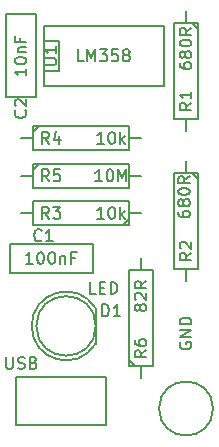
<source format=gto>
G04 #@! TF.FileFunction,Legend,Top*
%FSLAX46Y46*%
G04 Gerber Fmt 4.6, Leading zero omitted, Abs format (unit mm)*
G04 Created by KiCad (PCBNEW 4.0.0-rc1-stable) date mar 10 nov 2015 21:40:48 CET*
%MOMM*%
G01*
G04 APERTURE LIST*
%ADD10C,0.100000*%
%ADD11C,0.150000*%
%ADD12C,0.152400*%
G04 APERTURE END LIST*
D10*
D11*
X135235000Y-84090000D02*
X135235000Y-91090000D01*
X135235000Y-91090000D02*
X132735000Y-91090000D01*
X132735000Y-91090000D02*
X132735000Y-84090000D01*
X132735000Y-84090000D02*
X135235000Y-84090000D01*
X140065000Y-106025000D02*
X133065000Y-106025000D01*
X133065000Y-106025000D02*
X133065000Y-103525000D01*
X133065000Y-103525000D02*
X140065000Y-103525000D01*
X140065000Y-103525000D02*
X140065000Y-106025000D01*
X140281228Y-108965096D02*
G75*
G03X140296340Y-111990000I-2484888J-1524904D01*
G01*
X140296340Y-108990000D02*
X140296340Y-111990000D01*
X140314276Y-110490000D02*
G75*
G03X140314276Y-110490000I-2517936J0D01*
G01*
X135890000Y-86360000D02*
X137160000Y-86360000D01*
X137160000Y-86360000D02*
X137160000Y-88900000D01*
X137160000Y-88900000D02*
X135890000Y-88900000D01*
X135890000Y-85090000D02*
X146050000Y-85090000D01*
X146050000Y-85090000D02*
X146050000Y-90170000D01*
X146050000Y-90170000D02*
X135890000Y-90170000D01*
X135890000Y-90170000D02*
X135890000Y-85090000D01*
X147955000Y-83820000D02*
X147955000Y-84836000D01*
X147955000Y-84836000D02*
X148971000Y-84836000D01*
X148971000Y-84836000D02*
X148971000Y-92964000D01*
X148971000Y-92964000D02*
X146939000Y-92964000D01*
X146939000Y-92964000D02*
X146939000Y-84836000D01*
X146939000Y-84836000D02*
X147955000Y-84836000D01*
X148463000Y-84836000D02*
X148971000Y-85344000D01*
X147955000Y-93980000D02*
X147955000Y-92964000D01*
X144145000Y-100965000D02*
X143129000Y-100965000D01*
X143129000Y-100965000D02*
X143129000Y-101981000D01*
X143129000Y-101981000D02*
X135001000Y-101981000D01*
X135001000Y-101981000D02*
X135001000Y-99949000D01*
X135001000Y-99949000D02*
X143129000Y-99949000D01*
X143129000Y-99949000D02*
X143129000Y-100965000D01*
X143129000Y-101473000D02*
X142621000Y-101981000D01*
X133985000Y-100965000D02*
X135001000Y-100965000D01*
X133985000Y-94615000D02*
X135001000Y-94615000D01*
X135001000Y-94615000D02*
X135001000Y-93599000D01*
X135001000Y-93599000D02*
X143129000Y-93599000D01*
X143129000Y-93599000D02*
X143129000Y-95631000D01*
X143129000Y-95631000D02*
X135001000Y-95631000D01*
X135001000Y-95631000D02*
X135001000Y-94615000D01*
X135001000Y-94107000D02*
X135509000Y-93599000D01*
X144145000Y-94615000D02*
X143129000Y-94615000D01*
X133985000Y-97790000D02*
X135001000Y-97790000D01*
X135001000Y-97790000D02*
X135001000Y-96774000D01*
X135001000Y-96774000D02*
X143129000Y-96774000D01*
X143129000Y-96774000D02*
X143129000Y-98806000D01*
X143129000Y-98806000D02*
X135001000Y-98806000D01*
X135001000Y-98806000D02*
X135001000Y-97790000D01*
X135001000Y-97282000D02*
X135509000Y-96774000D01*
X144145000Y-97790000D02*
X143129000Y-97790000D01*
X144145000Y-114935000D02*
X144145000Y-113919000D01*
X144145000Y-113919000D02*
X143129000Y-113919000D01*
X143129000Y-113919000D02*
X143129000Y-105791000D01*
X143129000Y-105791000D02*
X145161000Y-105791000D01*
X145161000Y-105791000D02*
X145161000Y-113919000D01*
X145161000Y-113919000D02*
X144145000Y-113919000D01*
X143637000Y-113919000D02*
X143129000Y-113411000D01*
X144145000Y-104775000D02*
X144145000Y-105791000D01*
X147955000Y-96520000D02*
X147955000Y-97536000D01*
X147955000Y-97536000D02*
X148971000Y-97536000D01*
X148971000Y-97536000D02*
X148971000Y-105664000D01*
X148971000Y-105664000D02*
X146939000Y-105664000D01*
X146939000Y-105664000D02*
X146939000Y-97536000D01*
X146939000Y-97536000D02*
X147955000Y-97536000D01*
X148463000Y-97536000D02*
X148971000Y-98044000D01*
X147955000Y-106680000D02*
X147955000Y-105664000D01*
D12*
X133527800Y-118872000D02*
X133527800Y-114808000D01*
X133527800Y-118872000D02*
X141147800Y-118872000D01*
X133527800Y-114808000D02*
X141147800Y-114808000D01*
X141147800Y-118872000D02*
X141147800Y-114808000D01*
D11*
X150241000Y-117475000D02*
G75*
G03X150241000Y-117475000I-2286000J0D01*
G01*
X134342143Y-92241666D02*
X134389762Y-92289285D01*
X134437381Y-92432142D01*
X134437381Y-92527380D01*
X134389762Y-92670238D01*
X134294524Y-92765476D01*
X134199286Y-92813095D01*
X134008810Y-92860714D01*
X133865952Y-92860714D01*
X133675476Y-92813095D01*
X133580238Y-92765476D01*
X133485000Y-92670238D01*
X133437381Y-92527380D01*
X133437381Y-92432142D01*
X133485000Y-92289285D01*
X133532619Y-92241666D01*
X133532619Y-91860714D02*
X133485000Y-91813095D01*
X133437381Y-91717857D01*
X133437381Y-91479761D01*
X133485000Y-91384523D01*
X133532619Y-91336904D01*
X133627857Y-91289285D01*
X133723095Y-91289285D01*
X133865952Y-91336904D01*
X134437381Y-91908333D01*
X134437381Y-91289285D01*
X134437381Y-88701428D02*
X134437381Y-89272857D01*
X134437381Y-88987143D02*
X133437381Y-88987143D01*
X133580238Y-89082381D01*
X133675476Y-89177619D01*
X133723095Y-89272857D01*
X133437381Y-88082381D02*
X133437381Y-87987142D01*
X133485000Y-87891904D01*
X133532619Y-87844285D01*
X133627857Y-87796666D01*
X133818333Y-87749047D01*
X134056429Y-87749047D01*
X134246905Y-87796666D01*
X134342143Y-87844285D01*
X134389762Y-87891904D01*
X134437381Y-87987142D01*
X134437381Y-88082381D01*
X134389762Y-88177619D01*
X134342143Y-88225238D01*
X134246905Y-88272857D01*
X134056429Y-88320476D01*
X133818333Y-88320476D01*
X133627857Y-88272857D01*
X133532619Y-88225238D01*
X133485000Y-88177619D01*
X133437381Y-88082381D01*
X133770714Y-87320476D02*
X134437381Y-87320476D01*
X133865952Y-87320476D02*
X133818333Y-87272857D01*
X133770714Y-87177619D01*
X133770714Y-87034761D01*
X133818333Y-86939523D01*
X133913571Y-86891904D01*
X134437381Y-86891904D01*
X133913571Y-86082380D02*
X133913571Y-86415714D01*
X134437381Y-86415714D02*
X133437381Y-86415714D01*
X133437381Y-85939523D01*
X135723334Y-103227143D02*
X135675715Y-103274762D01*
X135532858Y-103322381D01*
X135437620Y-103322381D01*
X135294762Y-103274762D01*
X135199524Y-103179524D01*
X135151905Y-103084286D01*
X135104286Y-102893810D01*
X135104286Y-102750952D01*
X135151905Y-102560476D01*
X135199524Y-102465238D01*
X135294762Y-102370000D01*
X135437620Y-102322381D01*
X135532858Y-102322381D01*
X135675715Y-102370000D01*
X135723334Y-102417619D01*
X136675715Y-103322381D02*
X136104286Y-103322381D01*
X136390000Y-103322381D02*
X136390000Y-102322381D01*
X136294762Y-102465238D01*
X136199524Y-102560476D01*
X136104286Y-102608095D01*
X134977381Y-105227381D02*
X134405952Y-105227381D01*
X134691666Y-105227381D02*
X134691666Y-104227381D01*
X134596428Y-104370238D01*
X134501190Y-104465476D01*
X134405952Y-104513095D01*
X135596428Y-104227381D02*
X135691667Y-104227381D01*
X135786905Y-104275000D01*
X135834524Y-104322619D01*
X135882143Y-104417857D01*
X135929762Y-104608333D01*
X135929762Y-104846429D01*
X135882143Y-105036905D01*
X135834524Y-105132143D01*
X135786905Y-105179762D01*
X135691667Y-105227381D01*
X135596428Y-105227381D01*
X135501190Y-105179762D01*
X135453571Y-105132143D01*
X135405952Y-105036905D01*
X135358333Y-104846429D01*
X135358333Y-104608333D01*
X135405952Y-104417857D01*
X135453571Y-104322619D01*
X135501190Y-104275000D01*
X135596428Y-104227381D01*
X136548809Y-104227381D02*
X136644048Y-104227381D01*
X136739286Y-104275000D01*
X136786905Y-104322619D01*
X136834524Y-104417857D01*
X136882143Y-104608333D01*
X136882143Y-104846429D01*
X136834524Y-105036905D01*
X136786905Y-105132143D01*
X136739286Y-105179762D01*
X136644048Y-105227381D01*
X136548809Y-105227381D01*
X136453571Y-105179762D01*
X136405952Y-105132143D01*
X136358333Y-105036905D01*
X136310714Y-104846429D01*
X136310714Y-104608333D01*
X136358333Y-104417857D01*
X136405952Y-104322619D01*
X136453571Y-104275000D01*
X136548809Y-104227381D01*
X137310714Y-104560714D02*
X137310714Y-105227381D01*
X137310714Y-104655952D02*
X137358333Y-104608333D01*
X137453571Y-104560714D01*
X137596429Y-104560714D01*
X137691667Y-104608333D01*
X137739286Y-104703571D01*
X137739286Y-105227381D01*
X138548810Y-104703571D02*
X138215476Y-104703571D01*
X138215476Y-105227381D02*
X138215476Y-104227381D01*
X138691667Y-104227381D01*
X140866905Y-109672381D02*
X140866905Y-108672381D01*
X141105000Y-108672381D01*
X141247858Y-108720000D01*
X141343096Y-108815238D01*
X141390715Y-108910476D01*
X141438334Y-109100952D01*
X141438334Y-109243810D01*
X141390715Y-109434286D01*
X141343096Y-109529524D01*
X141247858Y-109624762D01*
X141105000Y-109672381D01*
X140866905Y-109672381D01*
X142390715Y-109672381D02*
X141819286Y-109672381D01*
X142105000Y-109672381D02*
X142105000Y-108672381D01*
X142009762Y-108815238D01*
X141914524Y-108910476D01*
X141819286Y-108958095D01*
X140327143Y-107767381D02*
X139850952Y-107767381D01*
X139850952Y-106767381D01*
X140660476Y-107243571D02*
X140993810Y-107243571D01*
X141136667Y-107767381D02*
X140660476Y-107767381D01*
X140660476Y-106767381D01*
X141136667Y-106767381D01*
X141565238Y-107767381D02*
X141565238Y-106767381D01*
X141803333Y-106767381D01*
X141946191Y-106815000D01*
X142041429Y-106910238D01*
X142089048Y-107005476D01*
X142136667Y-107195952D01*
X142136667Y-107338810D01*
X142089048Y-107529286D01*
X142041429Y-107624524D01*
X141946191Y-107719762D01*
X141803333Y-107767381D01*
X141565238Y-107767381D01*
X135977381Y-88391905D02*
X136786905Y-88391905D01*
X136882143Y-88344286D01*
X136929762Y-88296667D01*
X136977381Y-88201429D01*
X136977381Y-88010952D01*
X136929762Y-87915714D01*
X136882143Y-87868095D01*
X136786905Y-87820476D01*
X135977381Y-87820476D01*
X136977381Y-86820476D02*
X136977381Y-87391905D01*
X136977381Y-87106191D02*
X135977381Y-87106191D01*
X136120238Y-87201429D01*
X136215476Y-87296667D01*
X136263095Y-87391905D01*
X139279524Y-88082381D02*
X138803333Y-88082381D01*
X138803333Y-87082381D01*
X139612857Y-88082381D02*
X139612857Y-87082381D01*
X139946191Y-87796667D01*
X140279524Y-87082381D01*
X140279524Y-88082381D01*
X140660476Y-87082381D02*
X141279524Y-87082381D01*
X140946190Y-87463333D01*
X141089048Y-87463333D01*
X141184286Y-87510952D01*
X141231905Y-87558571D01*
X141279524Y-87653810D01*
X141279524Y-87891905D01*
X141231905Y-87987143D01*
X141184286Y-88034762D01*
X141089048Y-88082381D01*
X140803333Y-88082381D01*
X140708095Y-88034762D01*
X140660476Y-87987143D01*
X142184286Y-87082381D02*
X141708095Y-87082381D01*
X141660476Y-87558571D01*
X141708095Y-87510952D01*
X141803333Y-87463333D01*
X142041429Y-87463333D01*
X142136667Y-87510952D01*
X142184286Y-87558571D01*
X142231905Y-87653810D01*
X142231905Y-87891905D01*
X142184286Y-87987143D01*
X142136667Y-88034762D01*
X142041429Y-88082381D01*
X141803333Y-88082381D01*
X141708095Y-88034762D01*
X141660476Y-87987143D01*
X142803333Y-87510952D02*
X142708095Y-87463333D01*
X142660476Y-87415714D01*
X142612857Y-87320476D01*
X142612857Y-87272857D01*
X142660476Y-87177619D01*
X142708095Y-87130000D01*
X142803333Y-87082381D01*
X142993810Y-87082381D01*
X143089048Y-87130000D01*
X143136667Y-87177619D01*
X143184286Y-87272857D01*
X143184286Y-87320476D01*
X143136667Y-87415714D01*
X143089048Y-87463333D01*
X142993810Y-87510952D01*
X142803333Y-87510952D01*
X142708095Y-87558571D01*
X142660476Y-87606190D01*
X142612857Y-87701429D01*
X142612857Y-87891905D01*
X142660476Y-87987143D01*
X142708095Y-88034762D01*
X142803333Y-88082381D01*
X142993810Y-88082381D01*
X143089048Y-88034762D01*
X143136667Y-87987143D01*
X143184286Y-87891905D01*
X143184286Y-87701429D01*
X143136667Y-87606190D01*
X143089048Y-87558571D01*
X142993810Y-87510952D01*
X148407381Y-91606666D02*
X147931190Y-91940000D01*
X148407381Y-92178095D02*
X147407381Y-92178095D01*
X147407381Y-91797142D01*
X147455000Y-91701904D01*
X147502619Y-91654285D01*
X147597857Y-91606666D01*
X147740714Y-91606666D01*
X147835952Y-91654285D01*
X147883571Y-91701904D01*
X147931190Y-91797142D01*
X147931190Y-92178095D01*
X148407381Y-90654285D02*
X148407381Y-91225714D01*
X148407381Y-90940000D02*
X147407381Y-90940000D01*
X147550238Y-91035238D01*
X147645476Y-91130476D01*
X147693095Y-91225714D01*
X147407381Y-88256904D02*
X147407381Y-88447381D01*
X147455000Y-88542619D01*
X147502619Y-88590238D01*
X147645476Y-88685476D01*
X147835952Y-88733095D01*
X148216905Y-88733095D01*
X148312143Y-88685476D01*
X148359762Y-88637857D01*
X148407381Y-88542619D01*
X148407381Y-88352142D01*
X148359762Y-88256904D01*
X148312143Y-88209285D01*
X148216905Y-88161666D01*
X147978810Y-88161666D01*
X147883571Y-88209285D01*
X147835952Y-88256904D01*
X147788333Y-88352142D01*
X147788333Y-88542619D01*
X147835952Y-88637857D01*
X147883571Y-88685476D01*
X147978810Y-88733095D01*
X147835952Y-87590238D02*
X147788333Y-87685476D01*
X147740714Y-87733095D01*
X147645476Y-87780714D01*
X147597857Y-87780714D01*
X147502619Y-87733095D01*
X147455000Y-87685476D01*
X147407381Y-87590238D01*
X147407381Y-87399761D01*
X147455000Y-87304523D01*
X147502619Y-87256904D01*
X147597857Y-87209285D01*
X147645476Y-87209285D01*
X147740714Y-87256904D01*
X147788333Y-87304523D01*
X147835952Y-87399761D01*
X147835952Y-87590238D01*
X147883571Y-87685476D01*
X147931190Y-87733095D01*
X148026429Y-87780714D01*
X148216905Y-87780714D01*
X148312143Y-87733095D01*
X148359762Y-87685476D01*
X148407381Y-87590238D01*
X148407381Y-87399761D01*
X148359762Y-87304523D01*
X148312143Y-87256904D01*
X148216905Y-87209285D01*
X148026429Y-87209285D01*
X147931190Y-87256904D01*
X147883571Y-87304523D01*
X147835952Y-87399761D01*
X147407381Y-86590238D02*
X147407381Y-86494999D01*
X147455000Y-86399761D01*
X147502619Y-86352142D01*
X147597857Y-86304523D01*
X147788333Y-86256904D01*
X148026429Y-86256904D01*
X148216905Y-86304523D01*
X148312143Y-86352142D01*
X148359762Y-86399761D01*
X148407381Y-86494999D01*
X148407381Y-86590238D01*
X148359762Y-86685476D01*
X148312143Y-86733095D01*
X148216905Y-86780714D01*
X148026429Y-86828333D01*
X147788333Y-86828333D01*
X147597857Y-86780714D01*
X147502619Y-86733095D01*
X147455000Y-86685476D01*
X147407381Y-86590238D01*
X148407381Y-85256904D02*
X147931190Y-85590238D01*
X148407381Y-85828333D02*
X147407381Y-85828333D01*
X147407381Y-85447380D01*
X147455000Y-85352142D01*
X147502619Y-85304523D01*
X147597857Y-85256904D01*
X147740714Y-85256904D01*
X147835952Y-85304523D01*
X147883571Y-85352142D01*
X147931190Y-85447380D01*
X147931190Y-85828333D01*
X136358334Y-101417381D02*
X136025000Y-100941190D01*
X135786905Y-101417381D02*
X135786905Y-100417381D01*
X136167858Y-100417381D01*
X136263096Y-100465000D01*
X136310715Y-100512619D01*
X136358334Y-100607857D01*
X136358334Y-100750714D01*
X136310715Y-100845952D01*
X136263096Y-100893571D01*
X136167858Y-100941190D01*
X135786905Y-100941190D01*
X136691667Y-100417381D02*
X137310715Y-100417381D01*
X136977381Y-100798333D01*
X137120239Y-100798333D01*
X137215477Y-100845952D01*
X137263096Y-100893571D01*
X137310715Y-100988810D01*
X137310715Y-101226905D01*
X137263096Y-101322143D01*
X137215477Y-101369762D01*
X137120239Y-101417381D01*
X136834524Y-101417381D01*
X136739286Y-101369762D01*
X136691667Y-101322143D01*
X141009762Y-101417381D02*
X140438333Y-101417381D01*
X140724047Y-101417381D02*
X140724047Y-100417381D01*
X140628809Y-100560238D01*
X140533571Y-100655476D01*
X140438333Y-100703095D01*
X141628809Y-100417381D02*
X141724048Y-100417381D01*
X141819286Y-100465000D01*
X141866905Y-100512619D01*
X141914524Y-100607857D01*
X141962143Y-100798333D01*
X141962143Y-101036429D01*
X141914524Y-101226905D01*
X141866905Y-101322143D01*
X141819286Y-101369762D01*
X141724048Y-101417381D01*
X141628809Y-101417381D01*
X141533571Y-101369762D01*
X141485952Y-101322143D01*
X141438333Y-101226905D01*
X141390714Y-101036429D01*
X141390714Y-100798333D01*
X141438333Y-100607857D01*
X141485952Y-100512619D01*
X141533571Y-100465000D01*
X141628809Y-100417381D01*
X142390714Y-101417381D02*
X142390714Y-100417381D01*
X142485952Y-101036429D02*
X142771667Y-101417381D01*
X142771667Y-100750714D02*
X142390714Y-101131667D01*
X136358334Y-95067381D02*
X136025000Y-94591190D01*
X135786905Y-95067381D02*
X135786905Y-94067381D01*
X136167858Y-94067381D01*
X136263096Y-94115000D01*
X136310715Y-94162619D01*
X136358334Y-94257857D01*
X136358334Y-94400714D01*
X136310715Y-94495952D01*
X136263096Y-94543571D01*
X136167858Y-94591190D01*
X135786905Y-94591190D01*
X137215477Y-94400714D02*
X137215477Y-95067381D01*
X136977381Y-94019762D02*
X136739286Y-94734048D01*
X137358334Y-94734048D01*
X141009762Y-95067381D02*
X140438333Y-95067381D01*
X140724047Y-95067381D02*
X140724047Y-94067381D01*
X140628809Y-94210238D01*
X140533571Y-94305476D01*
X140438333Y-94353095D01*
X141628809Y-94067381D02*
X141724048Y-94067381D01*
X141819286Y-94115000D01*
X141866905Y-94162619D01*
X141914524Y-94257857D01*
X141962143Y-94448333D01*
X141962143Y-94686429D01*
X141914524Y-94876905D01*
X141866905Y-94972143D01*
X141819286Y-95019762D01*
X141724048Y-95067381D01*
X141628809Y-95067381D01*
X141533571Y-95019762D01*
X141485952Y-94972143D01*
X141438333Y-94876905D01*
X141390714Y-94686429D01*
X141390714Y-94448333D01*
X141438333Y-94257857D01*
X141485952Y-94162619D01*
X141533571Y-94115000D01*
X141628809Y-94067381D01*
X142390714Y-95067381D02*
X142390714Y-94067381D01*
X142485952Y-94686429D02*
X142771667Y-95067381D01*
X142771667Y-94400714D02*
X142390714Y-94781667D01*
X136358334Y-98242381D02*
X136025000Y-97766190D01*
X135786905Y-98242381D02*
X135786905Y-97242381D01*
X136167858Y-97242381D01*
X136263096Y-97290000D01*
X136310715Y-97337619D01*
X136358334Y-97432857D01*
X136358334Y-97575714D01*
X136310715Y-97670952D01*
X136263096Y-97718571D01*
X136167858Y-97766190D01*
X135786905Y-97766190D01*
X137263096Y-97242381D02*
X136786905Y-97242381D01*
X136739286Y-97718571D01*
X136786905Y-97670952D01*
X136882143Y-97623333D01*
X137120239Y-97623333D01*
X137215477Y-97670952D01*
X137263096Y-97718571D01*
X137310715Y-97813810D01*
X137310715Y-98051905D01*
X137263096Y-98147143D01*
X137215477Y-98194762D01*
X137120239Y-98242381D01*
X136882143Y-98242381D01*
X136786905Y-98194762D01*
X136739286Y-98147143D01*
X140843096Y-98242381D02*
X140271667Y-98242381D01*
X140557381Y-98242381D02*
X140557381Y-97242381D01*
X140462143Y-97385238D01*
X140366905Y-97480476D01*
X140271667Y-97528095D01*
X141462143Y-97242381D02*
X141557382Y-97242381D01*
X141652620Y-97290000D01*
X141700239Y-97337619D01*
X141747858Y-97432857D01*
X141795477Y-97623333D01*
X141795477Y-97861429D01*
X141747858Y-98051905D01*
X141700239Y-98147143D01*
X141652620Y-98194762D01*
X141557382Y-98242381D01*
X141462143Y-98242381D01*
X141366905Y-98194762D01*
X141319286Y-98147143D01*
X141271667Y-98051905D01*
X141224048Y-97861429D01*
X141224048Y-97623333D01*
X141271667Y-97432857D01*
X141319286Y-97337619D01*
X141366905Y-97290000D01*
X141462143Y-97242381D01*
X142224048Y-98242381D02*
X142224048Y-97242381D01*
X142557382Y-97956667D01*
X142890715Y-97242381D01*
X142890715Y-98242381D01*
X144597381Y-112561666D02*
X144121190Y-112895000D01*
X144597381Y-113133095D02*
X143597381Y-113133095D01*
X143597381Y-112752142D01*
X143645000Y-112656904D01*
X143692619Y-112609285D01*
X143787857Y-112561666D01*
X143930714Y-112561666D01*
X144025952Y-112609285D01*
X144073571Y-112656904D01*
X144121190Y-112752142D01*
X144121190Y-113133095D01*
X143597381Y-111704523D02*
X143597381Y-111895000D01*
X143645000Y-111990238D01*
X143692619Y-112037857D01*
X143835476Y-112133095D01*
X144025952Y-112180714D01*
X144406905Y-112180714D01*
X144502143Y-112133095D01*
X144549762Y-112085476D01*
X144597381Y-111990238D01*
X144597381Y-111799761D01*
X144549762Y-111704523D01*
X144502143Y-111656904D01*
X144406905Y-111609285D01*
X144168810Y-111609285D01*
X144073571Y-111656904D01*
X144025952Y-111704523D01*
X143978333Y-111799761D01*
X143978333Y-111990238D01*
X144025952Y-112085476D01*
X144073571Y-112133095D01*
X144168810Y-112180714D01*
X144025952Y-109021429D02*
X143978333Y-109116667D01*
X143930714Y-109164286D01*
X143835476Y-109211905D01*
X143787857Y-109211905D01*
X143692619Y-109164286D01*
X143645000Y-109116667D01*
X143597381Y-109021429D01*
X143597381Y-108830952D01*
X143645000Y-108735714D01*
X143692619Y-108688095D01*
X143787857Y-108640476D01*
X143835476Y-108640476D01*
X143930714Y-108688095D01*
X143978333Y-108735714D01*
X144025952Y-108830952D01*
X144025952Y-109021429D01*
X144073571Y-109116667D01*
X144121190Y-109164286D01*
X144216429Y-109211905D01*
X144406905Y-109211905D01*
X144502143Y-109164286D01*
X144549762Y-109116667D01*
X144597381Y-109021429D01*
X144597381Y-108830952D01*
X144549762Y-108735714D01*
X144502143Y-108688095D01*
X144406905Y-108640476D01*
X144216429Y-108640476D01*
X144121190Y-108688095D01*
X144073571Y-108735714D01*
X144025952Y-108830952D01*
X143692619Y-108259524D02*
X143645000Y-108211905D01*
X143597381Y-108116667D01*
X143597381Y-107878571D01*
X143645000Y-107783333D01*
X143692619Y-107735714D01*
X143787857Y-107688095D01*
X143883095Y-107688095D01*
X144025952Y-107735714D01*
X144597381Y-108307143D01*
X144597381Y-107688095D01*
X144597381Y-106688095D02*
X144121190Y-107021429D01*
X144597381Y-107259524D02*
X143597381Y-107259524D01*
X143597381Y-106878571D01*
X143645000Y-106783333D01*
X143692619Y-106735714D01*
X143787857Y-106688095D01*
X143930714Y-106688095D01*
X144025952Y-106735714D01*
X144073571Y-106783333D01*
X144121190Y-106878571D01*
X144121190Y-107259524D01*
X148407381Y-104306666D02*
X147931190Y-104640000D01*
X148407381Y-104878095D02*
X147407381Y-104878095D01*
X147407381Y-104497142D01*
X147455000Y-104401904D01*
X147502619Y-104354285D01*
X147597857Y-104306666D01*
X147740714Y-104306666D01*
X147835952Y-104354285D01*
X147883571Y-104401904D01*
X147931190Y-104497142D01*
X147931190Y-104878095D01*
X147502619Y-103925714D02*
X147455000Y-103878095D01*
X147407381Y-103782857D01*
X147407381Y-103544761D01*
X147455000Y-103449523D01*
X147502619Y-103401904D01*
X147597857Y-103354285D01*
X147693095Y-103354285D01*
X147835952Y-103401904D01*
X148407381Y-103973333D01*
X148407381Y-103354285D01*
X147280381Y-100829904D02*
X147280381Y-101020381D01*
X147328000Y-101115619D01*
X147375619Y-101163238D01*
X147518476Y-101258476D01*
X147708952Y-101306095D01*
X148089905Y-101306095D01*
X148185143Y-101258476D01*
X148232762Y-101210857D01*
X148280381Y-101115619D01*
X148280381Y-100925142D01*
X148232762Y-100829904D01*
X148185143Y-100782285D01*
X148089905Y-100734666D01*
X147851810Y-100734666D01*
X147756571Y-100782285D01*
X147708952Y-100829904D01*
X147661333Y-100925142D01*
X147661333Y-101115619D01*
X147708952Y-101210857D01*
X147756571Y-101258476D01*
X147851810Y-101306095D01*
X147708952Y-100163238D02*
X147661333Y-100258476D01*
X147613714Y-100306095D01*
X147518476Y-100353714D01*
X147470857Y-100353714D01*
X147375619Y-100306095D01*
X147328000Y-100258476D01*
X147280381Y-100163238D01*
X147280381Y-99972761D01*
X147328000Y-99877523D01*
X147375619Y-99829904D01*
X147470857Y-99782285D01*
X147518476Y-99782285D01*
X147613714Y-99829904D01*
X147661333Y-99877523D01*
X147708952Y-99972761D01*
X147708952Y-100163238D01*
X147756571Y-100258476D01*
X147804190Y-100306095D01*
X147899429Y-100353714D01*
X148089905Y-100353714D01*
X148185143Y-100306095D01*
X148232762Y-100258476D01*
X148280381Y-100163238D01*
X148280381Y-99972761D01*
X148232762Y-99877523D01*
X148185143Y-99829904D01*
X148089905Y-99782285D01*
X147899429Y-99782285D01*
X147804190Y-99829904D01*
X147756571Y-99877523D01*
X147708952Y-99972761D01*
X147280381Y-99163238D02*
X147280381Y-99067999D01*
X147328000Y-98972761D01*
X147375619Y-98925142D01*
X147470857Y-98877523D01*
X147661333Y-98829904D01*
X147899429Y-98829904D01*
X148089905Y-98877523D01*
X148185143Y-98925142D01*
X148232762Y-98972761D01*
X148280381Y-99067999D01*
X148280381Y-99163238D01*
X148232762Y-99258476D01*
X148185143Y-99306095D01*
X148089905Y-99353714D01*
X147899429Y-99401333D01*
X147661333Y-99401333D01*
X147470857Y-99353714D01*
X147375619Y-99306095D01*
X147328000Y-99258476D01*
X147280381Y-99163238D01*
X148280381Y-97829904D02*
X147804190Y-98163238D01*
X148280381Y-98401333D02*
X147280381Y-98401333D01*
X147280381Y-98020380D01*
X147328000Y-97925142D01*
X147375619Y-97877523D01*
X147470857Y-97829904D01*
X147613714Y-97829904D01*
X147708952Y-97877523D01*
X147756571Y-97925142D01*
X147804190Y-98020380D01*
X147804190Y-98401333D01*
X132723095Y-113117381D02*
X132723095Y-113926905D01*
X132770714Y-114022143D01*
X132818333Y-114069762D01*
X132913571Y-114117381D01*
X133104048Y-114117381D01*
X133199286Y-114069762D01*
X133246905Y-114022143D01*
X133294524Y-113926905D01*
X133294524Y-113117381D01*
X133723095Y-114069762D02*
X133865952Y-114117381D01*
X134104048Y-114117381D01*
X134199286Y-114069762D01*
X134246905Y-114022143D01*
X134294524Y-113926905D01*
X134294524Y-113831667D01*
X134246905Y-113736429D01*
X134199286Y-113688810D01*
X134104048Y-113641190D01*
X133913571Y-113593571D01*
X133818333Y-113545952D01*
X133770714Y-113498333D01*
X133723095Y-113403095D01*
X133723095Y-113307857D01*
X133770714Y-113212619D01*
X133818333Y-113165000D01*
X133913571Y-113117381D01*
X134151667Y-113117381D01*
X134294524Y-113165000D01*
X135056429Y-113593571D02*
X135199286Y-113641190D01*
X135246905Y-113688810D01*
X135294524Y-113784048D01*
X135294524Y-113926905D01*
X135246905Y-114022143D01*
X135199286Y-114069762D01*
X135104048Y-114117381D01*
X134723095Y-114117381D01*
X134723095Y-113117381D01*
X135056429Y-113117381D01*
X135151667Y-113165000D01*
X135199286Y-113212619D01*
X135246905Y-113307857D01*
X135246905Y-113403095D01*
X135199286Y-113498333D01*
X135151667Y-113545952D01*
X135056429Y-113593571D01*
X134723095Y-113593571D01*
X147455000Y-111886904D02*
X147407381Y-111982142D01*
X147407381Y-112124999D01*
X147455000Y-112267857D01*
X147550238Y-112363095D01*
X147645476Y-112410714D01*
X147835952Y-112458333D01*
X147978810Y-112458333D01*
X148169286Y-112410714D01*
X148264524Y-112363095D01*
X148359762Y-112267857D01*
X148407381Y-112124999D01*
X148407381Y-112029761D01*
X148359762Y-111886904D01*
X148312143Y-111839285D01*
X147978810Y-111839285D01*
X147978810Y-112029761D01*
X148407381Y-111410714D02*
X147407381Y-111410714D01*
X148407381Y-110839285D01*
X147407381Y-110839285D01*
X148407381Y-110363095D02*
X147407381Y-110363095D01*
X147407381Y-110125000D01*
X147455000Y-109982142D01*
X147550238Y-109886904D01*
X147645476Y-109839285D01*
X147835952Y-109791666D01*
X147978810Y-109791666D01*
X148169286Y-109839285D01*
X148264524Y-109886904D01*
X148359762Y-109982142D01*
X148407381Y-110125000D01*
X148407381Y-110363095D01*
M02*

</source>
